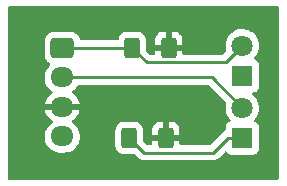
<source format=gbr>
%TF.GenerationSoftware,KiCad,Pcbnew,(6.0.5)*%
%TF.CreationDate,2022-08-18T11:16:50+02:00*%
%TF.ProjectId,IRWaterSensorPCB,49525761-7465-4725-9365-6e736f725043,rev?*%
%TF.SameCoordinates,Original*%
%TF.FileFunction,Copper,L1,Top*%
%TF.FilePolarity,Positive*%
%FSLAX46Y46*%
G04 Gerber Fmt 4.6, Leading zero omitted, Abs format (unit mm)*
G04 Created by KiCad (PCBNEW (6.0.5)) date 2022-08-18 11:16:50*
%MOMM*%
%LPD*%
G01*
G04 APERTURE LIST*
G04 Aperture macros list*
%AMRoundRect*
0 Rectangle with rounded corners*
0 $1 Rounding radius*
0 $2 $3 $4 $5 $6 $7 $8 $9 X,Y pos of 4 corners*
0 Add a 4 corners polygon primitive as box body*
4,1,4,$2,$3,$4,$5,$6,$7,$8,$9,$2,$3,0*
0 Add four circle primitives for the rounded corners*
1,1,$1+$1,$2,$3*
1,1,$1+$1,$4,$5*
1,1,$1+$1,$6,$7*
1,1,$1+$1,$8,$9*
0 Add four rect primitives between the rounded corners*
20,1,$1+$1,$2,$3,$4,$5,0*
20,1,$1+$1,$4,$5,$6,$7,0*
20,1,$1+$1,$6,$7,$8,$9,0*
20,1,$1+$1,$8,$9,$2,$3,0*%
G04 Aperture macros list end*
%TA.AperFunction,ComponentPad*%
%ADD10RoundRect,0.250000X-0.725000X0.600000X-0.725000X-0.600000X0.725000X-0.600000X0.725000X0.600000X0*%
%TD*%
%TA.AperFunction,ComponentPad*%
%ADD11O,1.950000X1.700000*%
%TD*%
%TA.AperFunction,SMDPad,CuDef*%
%ADD12RoundRect,0.250000X-0.400000X-0.625000X0.400000X-0.625000X0.400000X0.625000X-0.400000X0.625000X0*%
%TD*%
%TA.AperFunction,ComponentPad*%
%ADD13R,1.800000X1.800000*%
%TD*%
%TA.AperFunction,ComponentPad*%
%ADD14C,1.800000*%
%TD*%
%TA.AperFunction,Conductor*%
%ADD15C,0.250000*%
%TD*%
G04 APERTURE END LIST*
D10*
%TO.P,J1,1,Pin_1*%
%TO.N,RESPONSE*%
X129540000Y-88900000D03*
D11*
%TO.P,J1,2,Pin_2*%
%TO.N,POWER*%
X129540000Y-91400000D03*
%TO.P,J1,3,Pin_3*%
%TO.N,Earth*%
X129540000Y-93900000D03*
%TO.P,J1,4,Pin_4*%
%TO.N,+3V3*%
X129540000Y-96400000D03*
%TD*%
D12*
%TO.P,R2,1*%
%TO.N,RESPONSE*%
X135450000Y-88900000D03*
%TO.P,R2,2*%
%TO.N,Earth*%
X138550000Y-88900000D03*
%TD*%
%TO.P,R1,1*%
%TO.N,Net-(D1-Pad1)*%
X135200000Y-96520000D03*
%TO.P,R1,2*%
%TO.N,Earth*%
X138300000Y-96520000D03*
%TD*%
D13*
%TO.P,Q1,1,C*%
%TO.N,+3V3*%
X144780000Y-91250000D03*
D14*
%TO.P,Q1,2,E*%
%TO.N,RESPONSE*%
X144780000Y-88710000D03*
%TD*%
D13*
%TO.P,D1,1,K*%
%TO.N,Net-(D1-Pad1)*%
X144780000Y-96520000D03*
D14*
%TO.P,D1,2,A*%
%TO.N,POWER*%
X144780000Y-93980000D03*
%TD*%
D15*
%TO.N,RESPONSE*%
X136677000Y-90127000D02*
X135450000Y-88900000D01*
X143363000Y-90127000D02*
X136677000Y-90127000D01*
X144780000Y-88710000D02*
X143363000Y-90127000D01*
X135450000Y-88900000D02*
X129540000Y-88900000D01*
%TO.N,POWER*%
X142200000Y-91400000D02*
X129540000Y-91400000D01*
X144780000Y-93980000D02*
X142200000Y-91400000D01*
%TO.N,Net-(D1-Pad1)*%
X136441900Y-97761900D02*
X135200000Y-96520000D01*
X142312800Y-97761900D02*
X136441900Y-97761900D01*
X143554700Y-96520000D02*
X142312800Y-97761900D01*
X144780000Y-96520000D02*
X143554700Y-96520000D01*
%TD*%
%TA.AperFunction,Conductor*%
%TO.N,Earth*%
G36*
X147793621Y-85348502D02*
G01*
X147840114Y-85402158D01*
X147851500Y-85454500D01*
X147851500Y-99965500D01*
X147831498Y-100033621D01*
X147777842Y-100080114D01*
X147725500Y-100091500D01*
X125094500Y-100091500D01*
X125026379Y-100071498D01*
X124979886Y-100017842D01*
X124968500Y-99965500D01*
X124968500Y-96335774D01*
X128053102Y-96335774D01*
X128061751Y-96566158D01*
X128109093Y-96791791D01*
X128193776Y-97006221D01*
X128196543Y-97010780D01*
X128196544Y-97010783D01*
X128255779Y-97108398D01*
X128313377Y-97203317D01*
X128316874Y-97207347D01*
X128403438Y-97307103D01*
X128464477Y-97377445D01*
X128468608Y-97380832D01*
X128638627Y-97520240D01*
X128638633Y-97520244D01*
X128642755Y-97523624D01*
X128647391Y-97526263D01*
X128647394Y-97526265D01*
X128654511Y-97530316D01*
X128843114Y-97637675D01*
X129059825Y-97716337D01*
X129065074Y-97717286D01*
X129065077Y-97717287D01*
X129282608Y-97756623D01*
X129282615Y-97756624D01*
X129286692Y-97757361D01*
X129304414Y-97758197D01*
X129309356Y-97758430D01*
X129309363Y-97758430D01*
X129310844Y-97758500D01*
X129722890Y-97758500D01*
X129789809Y-97752822D01*
X129889409Y-97744371D01*
X129889413Y-97744370D01*
X129894720Y-97743920D01*
X129899875Y-97742582D01*
X129899881Y-97742581D01*
X130112703Y-97687343D01*
X130112707Y-97687342D01*
X130117872Y-97686001D01*
X130122738Y-97683809D01*
X130122741Y-97683808D01*
X130323202Y-97593507D01*
X130328075Y-97591312D01*
X130519319Y-97462559D01*
X130686135Y-97303424D01*
X130823754Y-97118458D01*
X130848127Y-97070521D01*
X130925822Y-96917704D01*
X130928240Y-96912949D01*
X130964321Y-96796752D01*
X130995024Y-96697871D01*
X130996607Y-96692773D01*
X130997308Y-96687484D01*
X131026198Y-96469511D01*
X131026198Y-96469506D01*
X131026898Y-96464226D01*
X131018249Y-96233842D01*
X130970907Y-96008209D01*
X130963687Y-95989927D01*
X130888185Y-95798744D01*
X130888184Y-95798742D01*
X130886224Y-95793779D01*
X130857825Y-95746978D01*
X130769390Y-95601243D01*
X130766623Y-95596683D01*
X130763126Y-95592653D01*
X130619023Y-95426588D01*
X130619021Y-95426586D01*
X130615523Y-95422555D01*
X130546682Y-95366109D01*
X130441373Y-95279760D01*
X130441367Y-95279756D01*
X130437245Y-95276376D01*
X130432602Y-95273733D01*
X130405265Y-95258171D01*
X130355959Y-95207088D01*
X130342098Y-95137458D01*
X130368082Y-95071387D01*
X130397232Y-95044149D01*
X130514578Y-94965148D01*
X130522870Y-94958481D01*
X130681900Y-94806772D01*
X130688941Y-94798814D01*
X130820141Y-94622475D01*
X130825745Y-94613438D01*
X130925357Y-94417516D01*
X130929357Y-94407665D01*
X130994534Y-94197760D01*
X130996817Y-94187376D01*
X130998861Y-94171957D01*
X130996665Y-94157793D01*
X130983478Y-94154000D01*
X128098808Y-94154000D01*
X128085277Y-94157973D01*
X128083752Y-94168580D01*
X128108477Y-94286421D01*
X128111537Y-94296617D01*
X128192263Y-94501029D01*
X128196994Y-94510561D01*
X128311016Y-94698462D01*
X128317280Y-94707052D01*
X128461327Y-94873052D01*
X128468958Y-94880472D01*
X128638911Y-95019826D01*
X128647674Y-95025848D01*
X128674711Y-95041238D01*
X128724018Y-95092320D01*
X128737880Y-95161951D01*
X128711897Y-95228022D01*
X128682747Y-95255261D01*
X128680552Y-95256739D01*
X128560681Y-95337441D01*
X128556824Y-95341120D01*
X128556822Y-95341122D01*
X128487464Y-95407287D01*
X128393865Y-95496576D01*
X128256246Y-95681542D01*
X128253830Y-95686293D01*
X128253828Y-95686297D01*
X128222977Y-95746978D01*
X128151760Y-95887051D01*
X128150178Y-95892145D01*
X128150177Y-95892148D01*
X128103454Y-96042620D01*
X128083393Y-96107227D01*
X128082692Y-96112516D01*
X128062350Y-96266000D01*
X128053102Y-96335774D01*
X124968500Y-96335774D01*
X124968500Y-91335774D01*
X128053102Y-91335774D01*
X128061751Y-91566158D01*
X128109093Y-91791791D01*
X128193776Y-92006221D01*
X128313377Y-92203317D01*
X128316874Y-92207347D01*
X128403438Y-92307103D01*
X128464477Y-92377445D01*
X128468608Y-92380832D01*
X128638627Y-92520240D01*
X128638633Y-92520244D01*
X128642755Y-92523624D01*
X128647398Y-92526267D01*
X128674735Y-92541829D01*
X128724041Y-92592912D01*
X128737902Y-92662542D01*
X128711918Y-92728613D01*
X128682768Y-92755851D01*
X128565422Y-92834852D01*
X128557130Y-92841519D01*
X128398100Y-92993228D01*
X128391059Y-93001186D01*
X128259859Y-93177525D01*
X128254255Y-93186562D01*
X128154643Y-93382484D01*
X128150643Y-93392335D01*
X128085466Y-93602240D01*
X128083183Y-93612624D01*
X128081139Y-93628043D01*
X128083335Y-93642207D01*
X128096522Y-93646000D01*
X130981192Y-93646000D01*
X130994723Y-93642027D01*
X130996248Y-93631420D01*
X130971523Y-93513579D01*
X130968463Y-93503383D01*
X130887737Y-93298971D01*
X130883006Y-93289439D01*
X130768984Y-93101538D01*
X130762720Y-93092948D01*
X130618673Y-92926948D01*
X130611042Y-92919528D01*
X130441089Y-92780174D01*
X130432326Y-92774152D01*
X130405289Y-92758762D01*
X130355982Y-92707680D01*
X130342120Y-92638049D01*
X130368103Y-92571978D01*
X130397253Y-92544739D01*
X130454673Y-92506081D01*
X130519319Y-92462559D01*
X130686135Y-92303424D01*
X130823754Y-92118458D01*
X130826170Y-92113706D01*
X130826175Y-92113698D01*
X130831922Y-92102394D01*
X130880625Y-92050737D01*
X130944238Y-92033500D01*
X141885406Y-92033500D01*
X141953527Y-92053502D01*
X141974501Y-92070405D01*
X143389153Y-93485058D01*
X143423179Y-93547370D01*
X143421476Y-93607823D01*
X143391707Y-93715169D01*
X143367095Y-93945469D01*
X143367392Y-93950622D01*
X143367392Y-93950625D01*
X143373067Y-94049041D01*
X143380427Y-94176697D01*
X143381564Y-94181743D01*
X143381565Y-94181749D01*
X143405154Y-94286421D01*
X143431346Y-94402642D01*
X143433288Y-94407424D01*
X143433289Y-94407428D01*
X143475167Y-94510561D01*
X143518484Y-94617237D01*
X143639501Y-94814719D01*
X143642882Y-94818622D01*
X143751304Y-94943788D01*
X143780786Y-95008373D01*
X143770671Y-95078646D01*
X143724170Y-95132294D01*
X143700296Y-95144267D01*
X143644515Y-95165179D01*
X143633295Y-95169385D01*
X143516739Y-95256739D01*
X143429385Y-95373295D01*
X143378255Y-95509684D01*
X143371500Y-95571866D01*
X143371500Y-95821836D01*
X143351498Y-95889957D01*
X143300622Y-95933160D01*
X143301108Y-95933981D01*
X143296324Y-95936810D01*
X143296321Y-95936812D01*
X143294284Y-95938017D01*
X143294282Y-95938018D01*
X143283672Y-95944293D01*
X143265924Y-95952988D01*
X143247083Y-95960448D01*
X143240667Y-95965110D01*
X143240666Y-95965110D01*
X143211313Y-95986436D01*
X143201393Y-95992952D01*
X143170165Y-96011420D01*
X143170162Y-96011422D01*
X143163338Y-96015458D01*
X143149017Y-96029779D01*
X143133984Y-96042619D01*
X143117593Y-96054528D01*
X143112542Y-96060634D01*
X143089402Y-96088605D01*
X143081412Y-96097384D01*
X142087300Y-97091495D01*
X142024988Y-97125521D01*
X141998205Y-97128400D01*
X139584000Y-97128400D01*
X139515879Y-97108398D01*
X139469386Y-97054742D01*
X139458000Y-97002400D01*
X139458000Y-96792115D01*
X139453525Y-96776876D01*
X139452135Y-96775671D01*
X139444452Y-96774000D01*
X137160116Y-96774000D01*
X137144877Y-96778475D01*
X137143672Y-96779865D01*
X137142001Y-96787548D01*
X137142001Y-97002400D01*
X137121999Y-97070521D01*
X137068343Y-97117014D01*
X137016001Y-97128400D01*
X136756494Y-97128400D01*
X136688373Y-97108398D01*
X136667399Y-97091495D01*
X136395405Y-96819501D01*
X136361379Y-96757189D01*
X136358500Y-96730406D01*
X136358500Y-96247885D01*
X137142000Y-96247885D01*
X137146475Y-96263124D01*
X137147865Y-96264329D01*
X137155548Y-96266000D01*
X138027885Y-96266000D01*
X138043124Y-96261525D01*
X138044329Y-96260135D01*
X138046000Y-96252452D01*
X138046000Y-96247885D01*
X138554000Y-96247885D01*
X138558475Y-96263124D01*
X138559865Y-96264329D01*
X138567548Y-96266000D01*
X139439884Y-96266000D01*
X139455123Y-96261525D01*
X139456328Y-96260135D01*
X139457999Y-96252452D01*
X139457999Y-95847905D01*
X139457662Y-95841386D01*
X139447743Y-95745794D01*
X139444851Y-95732400D01*
X139393412Y-95578216D01*
X139387239Y-95565038D01*
X139301937Y-95427193D01*
X139292901Y-95415792D01*
X139178171Y-95301261D01*
X139166760Y-95292249D01*
X139028757Y-95207184D01*
X139015576Y-95201037D01*
X138861290Y-95149862D01*
X138847914Y-95146995D01*
X138753562Y-95137328D01*
X138747145Y-95137000D01*
X138572115Y-95137000D01*
X138556876Y-95141475D01*
X138555671Y-95142865D01*
X138554000Y-95150548D01*
X138554000Y-96247885D01*
X138046000Y-96247885D01*
X138046000Y-95155116D01*
X138041525Y-95139877D01*
X138040135Y-95138672D01*
X138032452Y-95137001D01*
X137852905Y-95137001D01*
X137846386Y-95137338D01*
X137750794Y-95147257D01*
X137737400Y-95150149D01*
X137583216Y-95201588D01*
X137570038Y-95207761D01*
X137432193Y-95293063D01*
X137420792Y-95302099D01*
X137306261Y-95416829D01*
X137297249Y-95428240D01*
X137212184Y-95566243D01*
X137206037Y-95579424D01*
X137154862Y-95733710D01*
X137151995Y-95747086D01*
X137142328Y-95841438D01*
X137142000Y-95847855D01*
X137142000Y-96247885D01*
X136358500Y-96247885D01*
X136358500Y-95844600D01*
X136352754Y-95789217D01*
X136348238Y-95745692D01*
X136348237Y-95745688D01*
X136347526Y-95738834D01*
X136291550Y-95571054D01*
X136198478Y-95420652D01*
X136073303Y-95295695D01*
X136010105Y-95256739D01*
X135928968Y-95206725D01*
X135928966Y-95206724D01*
X135922738Y-95202885D01*
X135799325Y-95161951D01*
X135761389Y-95149368D01*
X135761387Y-95149368D01*
X135754861Y-95147203D01*
X135748025Y-95146503D01*
X135748022Y-95146502D01*
X135704969Y-95142091D01*
X135650400Y-95136500D01*
X134749600Y-95136500D01*
X134746354Y-95136837D01*
X134746350Y-95136837D01*
X134650692Y-95146762D01*
X134650688Y-95146763D01*
X134643834Y-95147474D01*
X134637298Y-95149655D01*
X134637296Y-95149655D01*
X134578159Y-95169385D01*
X134476054Y-95203450D01*
X134325652Y-95296522D01*
X134200695Y-95421697D01*
X134196855Y-95427927D01*
X134196854Y-95427928D01*
X134151020Y-95502285D01*
X134107885Y-95572262D01*
X134052203Y-95740139D01*
X134051503Y-95746975D01*
X134051502Y-95746978D01*
X134047091Y-95790031D01*
X134041500Y-95844600D01*
X134041500Y-97195400D01*
X134041837Y-97198646D01*
X134041837Y-97198650D01*
X134042740Y-97207347D01*
X134052474Y-97301166D01*
X134108450Y-97468946D01*
X134201522Y-97619348D01*
X134326697Y-97744305D01*
X134332927Y-97748145D01*
X134332928Y-97748146D01*
X134398625Y-97788642D01*
X134477262Y-97837115D01*
X134557005Y-97863564D01*
X134638611Y-97890632D01*
X134638613Y-97890632D01*
X134645139Y-97892797D01*
X134651975Y-97893497D01*
X134651978Y-97893498D01*
X134695031Y-97897909D01*
X134749600Y-97903500D01*
X135635405Y-97903500D01*
X135703526Y-97923502D01*
X135724500Y-97940405D01*
X135938248Y-98154153D01*
X135945788Y-98162439D01*
X135949900Y-98168918D01*
X135955677Y-98174343D01*
X135999551Y-98215543D01*
X136002393Y-98218298D01*
X136022130Y-98238035D01*
X136025327Y-98240515D01*
X136034347Y-98248218D01*
X136066579Y-98278486D01*
X136073525Y-98282305D01*
X136073528Y-98282307D01*
X136084334Y-98288248D01*
X136100853Y-98299099D01*
X136116859Y-98311514D01*
X136124128Y-98314659D01*
X136124132Y-98314662D01*
X136157437Y-98329074D01*
X136168087Y-98334291D01*
X136206840Y-98355595D01*
X136214515Y-98357566D01*
X136214516Y-98357566D01*
X136226462Y-98360633D01*
X136245167Y-98367037D01*
X136263755Y-98375081D01*
X136271578Y-98376320D01*
X136271588Y-98376323D01*
X136307424Y-98381999D01*
X136319044Y-98384405D01*
X136350859Y-98392573D01*
X136361870Y-98395400D01*
X136382124Y-98395400D01*
X136401834Y-98396951D01*
X136421843Y-98400120D01*
X136429735Y-98399374D01*
X136448480Y-98397602D01*
X136465862Y-98395959D01*
X136477719Y-98395400D01*
X142234033Y-98395400D01*
X142245216Y-98395927D01*
X142252709Y-98397602D01*
X142260635Y-98397353D01*
X142260636Y-98397353D01*
X142320786Y-98395462D01*
X142324745Y-98395400D01*
X142352656Y-98395400D01*
X142356591Y-98394903D01*
X142356656Y-98394895D01*
X142368493Y-98393962D01*
X142400751Y-98392948D01*
X142404770Y-98392822D01*
X142412689Y-98392573D01*
X142432143Y-98386921D01*
X142451500Y-98382913D01*
X142463730Y-98381368D01*
X142463731Y-98381368D01*
X142471597Y-98380374D01*
X142478968Y-98377455D01*
X142478970Y-98377455D01*
X142512712Y-98364096D01*
X142523942Y-98360251D01*
X142558783Y-98350129D01*
X142558784Y-98350129D01*
X142566393Y-98347918D01*
X142573212Y-98343885D01*
X142573217Y-98343883D01*
X142583828Y-98337607D01*
X142601576Y-98328912D01*
X142620417Y-98321452D01*
X142656187Y-98295464D01*
X142666107Y-98288948D01*
X142697335Y-98270480D01*
X142697338Y-98270478D01*
X142704162Y-98266442D01*
X142718483Y-98252121D01*
X142733517Y-98239280D01*
X142743494Y-98232031D01*
X142749907Y-98227372D01*
X142778098Y-98193295D01*
X142786088Y-98184516D01*
X143272864Y-97697740D01*
X143335176Y-97663714D01*
X143405991Y-97668779D01*
X143462784Y-97711269D01*
X143516739Y-97783261D01*
X143633295Y-97870615D01*
X143769684Y-97921745D01*
X143831866Y-97928500D01*
X145728134Y-97928500D01*
X145790316Y-97921745D01*
X145926705Y-97870615D01*
X146043261Y-97783261D01*
X146130615Y-97666705D01*
X146181745Y-97530316D01*
X146188500Y-97468134D01*
X146188500Y-95571866D01*
X146181745Y-95509684D01*
X146130615Y-95373295D01*
X146043261Y-95256739D01*
X145926705Y-95169385D01*
X145918296Y-95166233D01*
X145918295Y-95166232D01*
X145875393Y-95150149D01*
X145859804Y-95144305D01*
X145803039Y-95101664D01*
X145778339Y-95035103D01*
X145793546Y-94965754D01*
X145815093Y-94937073D01*
X145852636Y-94899660D01*
X145852640Y-94899655D01*
X145856303Y-94896005D01*
X145991458Y-94707917D01*
X146038641Y-94612450D01*
X146091784Y-94504922D01*
X146091785Y-94504920D01*
X146094078Y-94500280D01*
X146161408Y-94278671D01*
X146191640Y-94049041D01*
X146193327Y-93980000D01*
X146187032Y-93903434D01*
X146174773Y-93754318D01*
X146174772Y-93754312D01*
X146174349Y-93749167D01*
X146140052Y-93612624D01*
X146119184Y-93529544D01*
X146119183Y-93529540D01*
X146117925Y-93524533D01*
X146060444Y-93392335D01*
X146027630Y-93316868D01*
X146027628Y-93316865D01*
X146025570Y-93312131D01*
X145899764Y-93117665D01*
X145743887Y-92946358D01*
X145739836Y-92943159D01*
X145739832Y-92943155D01*
X145663240Y-92882667D01*
X145622177Y-92824750D01*
X145618945Y-92753827D01*
X145654570Y-92692415D01*
X145717741Y-92660013D01*
X145728161Y-92658746D01*
X145728134Y-92658500D01*
X145790316Y-92651745D01*
X145926705Y-92600615D01*
X146043261Y-92513261D01*
X146130615Y-92396705D01*
X146181745Y-92260316D01*
X146188500Y-92198134D01*
X146188500Y-90301866D01*
X146181745Y-90239684D01*
X146130615Y-90103295D01*
X146043261Y-89986739D01*
X145926705Y-89899385D01*
X145918296Y-89896233D01*
X145918295Y-89896232D01*
X145859804Y-89874305D01*
X145803039Y-89831664D01*
X145778339Y-89765103D01*
X145793546Y-89695754D01*
X145815093Y-89667073D01*
X145852636Y-89629660D01*
X145852640Y-89629655D01*
X145856303Y-89626005D01*
X145991458Y-89437917D01*
X146094078Y-89230280D01*
X146161408Y-89008671D01*
X146191640Y-88779041D01*
X146193327Y-88710000D01*
X146186576Y-88627885D01*
X146174773Y-88484318D01*
X146174772Y-88484312D01*
X146174349Y-88479167D01*
X146117925Y-88254533D01*
X146115780Y-88249600D01*
X146027630Y-88046868D01*
X146027628Y-88046865D01*
X146025570Y-88042131D01*
X145899764Y-87847665D01*
X145886355Y-87832928D01*
X145850134Y-87793122D01*
X145743887Y-87676358D01*
X145739836Y-87673159D01*
X145739832Y-87673155D01*
X145566177Y-87536011D01*
X145566172Y-87536008D01*
X145562123Y-87532810D01*
X145557607Y-87530317D01*
X145557604Y-87530315D01*
X145363879Y-87423373D01*
X145363875Y-87423371D01*
X145359355Y-87420876D01*
X145354486Y-87419152D01*
X145354482Y-87419150D01*
X145145903Y-87345288D01*
X145145899Y-87345287D01*
X145141028Y-87343562D01*
X145135935Y-87342655D01*
X145135932Y-87342654D01*
X144918095Y-87303851D01*
X144918089Y-87303850D01*
X144913006Y-87302945D01*
X144840096Y-87302054D01*
X144686581Y-87300179D01*
X144686579Y-87300179D01*
X144681411Y-87300116D01*
X144452464Y-87335150D01*
X144232314Y-87407106D01*
X144227726Y-87409494D01*
X144227722Y-87409496D01*
X144201065Y-87423373D01*
X144026872Y-87514052D01*
X144022739Y-87517155D01*
X144022736Y-87517157D01*
X143896010Y-87612306D01*
X143841655Y-87653117D01*
X143814760Y-87681261D01*
X143694417Y-87807193D01*
X143681639Y-87820564D01*
X143678725Y-87824836D01*
X143678724Y-87824837D01*
X143663152Y-87847665D01*
X143551119Y-88011899D01*
X143453602Y-88221981D01*
X143391707Y-88445169D01*
X143367095Y-88675469D01*
X143367392Y-88680622D01*
X143367392Y-88680625D01*
X143373067Y-88779041D01*
X143380427Y-88906697D01*
X143381564Y-88911743D01*
X143381565Y-88911749D01*
X143421623Y-89089498D01*
X143417087Y-89160350D01*
X143387801Y-89206295D01*
X143137499Y-89456596D01*
X143075187Y-89490621D01*
X143048404Y-89493500D01*
X139834000Y-89493500D01*
X139765879Y-89473498D01*
X139719386Y-89419842D01*
X139708000Y-89367500D01*
X139708000Y-89172115D01*
X139703525Y-89156876D01*
X139702135Y-89155671D01*
X139694452Y-89154000D01*
X137410116Y-89154000D01*
X137394877Y-89158475D01*
X137393672Y-89159865D01*
X137392001Y-89167548D01*
X137392001Y-89367500D01*
X137371999Y-89435621D01*
X137318343Y-89482114D01*
X137266001Y-89493500D01*
X136991594Y-89493500D01*
X136923473Y-89473498D01*
X136902499Y-89456595D01*
X136645405Y-89199501D01*
X136611379Y-89137189D01*
X136608500Y-89110406D01*
X136608500Y-88627885D01*
X137392000Y-88627885D01*
X137396475Y-88643124D01*
X137397865Y-88644329D01*
X137405548Y-88646000D01*
X138277885Y-88646000D01*
X138293124Y-88641525D01*
X138294329Y-88640135D01*
X138296000Y-88632452D01*
X138296000Y-88627885D01*
X138804000Y-88627885D01*
X138808475Y-88643124D01*
X138809865Y-88644329D01*
X138817548Y-88646000D01*
X139689884Y-88646000D01*
X139705123Y-88641525D01*
X139706328Y-88640135D01*
X139707999Y-88632452D01*
X139707999Y-88227905D01*
X139707662Y-88221386D01*
X139697743Y-88125794D01*
X139694851Y-88112400D01*
X139643412Y-87958216D01*
X139637239Y-87945038D01*
X139551937Y-87807193D01*
X139542901Y-87795792D01*
X139428171Y-87681261D01*
X139416760Y-87672249D01*
X139278757Y-87587184D01*
X139265576Y-87581037D01*
X139111290Y-87529862D01*
X139097914Y-87526995D01*
X139003562Y-87517328D01*
X138997145Y-87517000D01*
X138822115Y-87517000D01*
X138806876Y-87521475D01*
X138805671Y-87522865D01*
X138804000Y-87530548D01*
X138804000Y-88627885D01*
X138296000Y-88627885D01*
X138296000Y-87535116D01*
X138291525Y-87519877D01*
X138290135Y-87518672D01*
X138282452Y-87517001D01*
X138102905Y-87517001D01*
X138096386Y-87517338D01*
X138000794Y-87527257D01*
X137987400Y-87530149D01*
X137833216Y-87581588D01*
X137820038Y-87587761D01*
X137682193Y-87673063D01*
X137670792Y-87682099D01*
X137556261Y-87796829D01*
X137547249Y-87808240D01*
X137462184Y-87946243D01*
X137456037Y-87959424D01*
X137404862Y-88113710D01*
X137401995Y-88127086D01*
X137392328Y-88221438D01*
X137392000Y-88227855D01*
X137392000Y-88627885D01*
X136608500Y-88627885D01*
X136608500Y-88224600D01*
X136601123Y-88153499D01*
X136598238Y-88125692D01*
X136598237Y-88125688D01*
X136597526Y-88118834D01*
X136541550Y-87951054D01*
X136448478Y-87800652D01*
X136323303Y-87675695D01*
X136281638Y-87650012D01*
X136178968Y-87586725D01*
X136178966Y-87586724D01*
X136172738Y-87582885D01*
X136078121Y-87551502D01*
X136011389Y-87529368D01*
X136011387Y-87529368D01*
X136004861Y-87527203D01*
X135998025Y-87526503D01*
X135998022Y-87526502D01*
X135954969Y-87522091D01*
X135900400Y-87516500D01*
X134999600Y-87516500D01*
X134996354Y-87516837D01*
X134996350Y-87516837D01*
X134900692Y-87526762D01*
X134900688Y-87526763D01*
X134893834Y-87527474D01*
X134887298Y-87529655D01*
X134887296Y-87529655D01*
X134821034Y-87551762D01*
X134726054Y-87583450D01*
X134575652Y-87676522D01*
X134450695Y-87801697D01*
X134446855Y-87807927D01*
X134446854Y-87807928D01*
X134439118Y-87820479D01*
X134357885Y-87952262D01*
X134302203Y-88120139D01*
X134301502Y-88126977D01*
X134301502Y-88126979D01*
X134298801Y-88153342D01*
X134271960Y-88219070D01*
X134213845Y-88259852D01*
X134173457Y-88266500D01*
X131138856Y-88266500D01*
X131070735Y-88246498D01*
X131024242Y-88192842D01*
X131013529Y-88153504D01*
X131012526Y-88143834D01*
X131006939Y-88127086D01*
X130958868Y-87983002D01*
X130956550Y-87976054D01*
X130863478Y-87825652D01*
X130738303Y-87700695D01*
X130707494Y-87681704D01*
X130593968Y-87611725D01*
X130593966Y-87611724D01*
X130587738Y-87607885D01*
X130427254Y-87554655D01*
X130426389Y-87554368D01*
X130426387Y-87554368D01*
X130419861Y-87552203D01*
X130413025Y-87551503D01*
X130413022Y-87551502D01*
X130369969Y-87547091D01*
X130315400Y-87541500D01*
X128764600Y-87541500D01*
X128761354Y-87541837D01*
X128761350Y-87541837D01*
X128665692Y-87551762D01*
X128665688Y-87551763D01*
X128658834Y-87552474D01*
X128652298Y-87554655D01*
X128652296Y-87554655D01*
X128554796Y-87587184D01*
X128491054Y-87608450D01*
X128340652Y-87701522D01*
X128215695Y-87826697D01*
X128211855Y-87832927D01*
X128211854Y-87832928D01*
X128133881Y-87959424D01*
X128122885Y-87977262D01*
X128067203Y-88145139D01*
X128066503Y-88151975D01*
X128066502Y-88151978D01*
X128066346Y-88153499D01*
X128056500Y-88249600D01*
X128056500Y-89550400D01*
X128056837Y-89553646D01*
X128056837Y-89553650D01*
X128066487Y-89646651D01*
X128067474Y-89656166D01*
X128069655Y-89662702D01*
X128069655Y-89662704D01*
X128103818Y-89765103D01*
X128123450Y-89823946D01*
X128216522Y-89974348D01*
X128341697Y-90099305D01*
X128487340Y-90189081D01*
X128534832Y-90241852D01*
X128546256Y-90311924D01*
X128517982Y-90377048D01*
X128508195Y-90387510D01*
X128393865Y-90496576D01*
X128256246Y-90681542D01*
X128253830Y-90686293D01*
X128253828Y-90686297D01*
X128232524Y-90728199D01*
X128151760Y-90887051D01*
X128150178Y-90892145D01*
X128150177Y-90892148D01*
X128088115Y-91092020D01*
X128083393Y-91107227D01*
X128053102Y-91335774D01*
X124968500Y-91335774D01*
X124968500Y-85454500D01*
X124988502Y-85386379D01*
X125042158Y-85339886D01*
X125094500Y-85328500D01*
X147725500Y-85328500D01*
X147793621Y-85348502D01*
G37*
%TD.AperFunction*%
%TD*%
M02*

</source>
